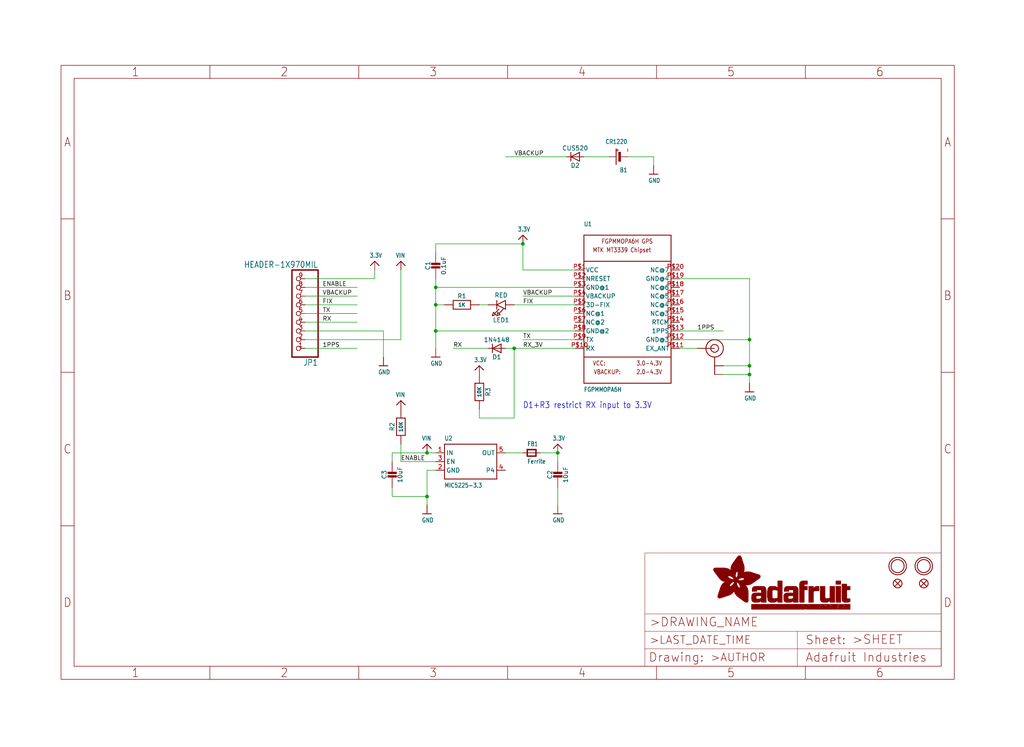
<source format=kicad_sch>
(kicad_sch (version 20211123) (generator eeschema)
  (paper "User" 298.45 217.881)
  (lib_symbols
    (symbol "Adafruit Ultimate GPS-eagle-import:3.3V" (power)
      (property "Value" "3.3V" (at -1.524 1.016 0))
      (symbol "3.3V_1_0"
        (pin power_in line (at 0 -2.54 90) (length 2.54) (name "3.3V") (number "1"))
      )
    )
    (symbol "Adafruit Ultimate GPS-eagle-import:BATTERYCR1220_SMT"
      (property "Reference" "B" (at -2.54 3.175 0))
      (property "Value" "BATTERYCR1220_SMT" (at -2.54 -5.08 0))
      (symbol "BATTERYCR1220_SMT_1_0"
        (text "+" (at 1.27 -1.143 900) (effects (font (size 1.27 1.0795)) (justify right top)))
        (text "-" (at -1.778 -1.143 900) (effects (font (size 1.27 1.0795)) (justify right top)))
        (pin passive line (at 2.54 0 180) (length 0) (name "+") (number "+$1"))
        (pin passive line (at 2.54 0 180) (length 0) (name "+") (number "+$2"))
        (pin passive line (at -2.54 0 0) (length 0) (name "-") (number "-"))
      )
    )
    (symbol "Adafruit Ultimate GPS-eagle-import:CAP_CERAMIC0805-NOOUTLINE"
      (property "Reference" "C" (at -2.29 1.25 90))
      (property "Value" "CAP_CERAMIC0805-NOOUTLINE" (at 2.3 1.25 90))
      (symbol "CAP_CERAMIC0805-NOOUTLINE_1_0"
        (pin passive line (at 0 5.08 270) (length 2.54) (name "1") (number "1"))
        (pin passive line (at 0 -2.54 90) (length 2.54) (name "2") (number "2"))
      )
    )
    (symbol "Adafruit Ultimate GPS-eagle-import:DIODESOD-323"
      (property "Reference" "D" (at 0 2.54 0))
      (property "Value" "DIODESOD-323" (at 0 -2.5 0))
      (symbol "DIODESOD-323_1_0"
        (pin passive line (at -2.54 0 0) (length 2.54) (name "A") (number "A"))
        (pin passive line (at 2.54 0 180) (length 2.54) (name "C") (number "C"))
      )
    )
    (symbol "Adafruit Ultimate GPS-eagle-import:FERRITE-0805NO"
      (property "Reference" "FB" (at -1.27 1.905 0))
      (property "Value" "FERRITE-0805NO" (at -1.27 -3.175 0))
      (symbol "FERRITE-0805NO_1_0"
        (pin passive line (at -2.54 0 0) (length 2.54) (name "P$1") (number "1"))
        (pin passive line (at 2.54 0 180) (length 2.54) (name "P$2") (number "2"))
      )
    )
    (symbol "Adafruit Ultimate GPS-eagle-import:FIDUCIAL{dblquote}{dblquote}")
    (symbol "Adafruit Ultimate GPS-eagle-import:FRAME_A4_ADAFRUIT"
      (symbol "FRAME_A4_ADAFRUIT_1_0"
        (text "1" (at 21.6958 1.905 0) (effects (font (size 2.54 2.286))))
        (text "1" (at 21.6958 177.165 0) (effects (font (size 2.54 2.286))))
        (text "2" (at 65.0875 1.905 0) (effects (font (size 2.54 2.286))))
        (text "2" (at 65.0875 177.165 0) (effects (font (size 2.54 2.286))))
        (text "3" (at 108.4792 1.905 0) (effects (font (size 2.54 2.286))))
        (text "3" (at 108.4792 177.165 0) (effects (font (size 2.54 2.286))))
        (text "4" (at 151.8708 1.905 0) (effects (font (size 2.54 2.286))))
        (text "4" (at 151.8708 177.165 0) (effects (font (size 2.54 2.286))))
        (text "5" (at 195.2625 1.905 0) (effects (font (size 2.54 2.286))))
        (text "5" (at 195.2625 177.165 0) (effects (font (size 2.54 2.286))))
        (text "6" (at 238.6542 1.905 0) (effects (font (size 2.54 2.286))))
        (text "6" (at 238.6542 177.165 0) (effects (font (size 2.54 2.286))))
        (text ">AUTHOR" (at 189.23 5.08 0) (effects (font (size 2.286 2.286)) (justify left bottom)))
        (text ">DRAWING_NAME" (at 171.45 15.24 0) (effects (font (size 2.54 2.54)) (justify left bottom)))
        (text ">LAST_DATE_TIME" (at 171.45 10.16 0) (effects (font (size 2.286 2.286)) (justify left bottom)))
        (text ">SHEET" (at 230.505 10.16 0) (effects (font (size 2.54 2.54)) (justify left bottom)))
        (text "A" (at 1.905 156.6863 0) (effects (font (size 2.54 2.286))))
        (text "A" (at 258.445 156.6863 0) (effects (font (size 2.54 2.286))))
        (text "Adafruit Industries" (at 216.916 4.953 0) (effects (font (size 2.54 2.54)) (justify left bottom)))
        (text "B" (at 1.905 111.9188 0) (effects (font (size 2.54 2.286))))
        (text "B" (at 258.445 111.9188 0) (effects (font (size 2.54 2.286))))
        (text "C" (at 1.905 67.1513 0) (effects (font (size 2.54 2.286))))
        (text "C" (at 258.445 67.1513 0) (effects (font (size 2.54 2.286))))
        (text "D" (at 1.905 22.3838 0) (effects (font (size 2.54 2.286))))
        (text "D" (at 258.445 22.3838 0) (effects (font (size 2.54 2.286))))
        (text "Drawing:" (at 171.196 4.953 0) (effects (font (size 2.54 2.54)) (justify left bottom)))
        (text "Sheet:" (at 216.916 10.033 0) (effects (font (size 2.54 2.54)) (justify left bottom)))
      )
    )
    (symbol "Adafruit Ultimate GPS-eagle-import:GND" (power)
      (property "Value" "GND" (at -1.524 -2.54 0))
      (symbol "GND_1_0"
        (pin power_in line (at 0 2.54 270) (length 2.54) (name "GND") (number "1"))
      )
    )
    (symbol "Adafruit Ultimate GPS-eagle-import:GPS_FGPMMOPA6H"
      (property "Reference" "U" (at -12.7 22.86 0))
      (property "Value" "GPS_FGPMMOPA6H" (at -12.7 -25.4 0))
      (symbol "GPS_FGPMMOPA6H_1_0"
        (text "2.0-4.3V" (at 2.54 -20.32 0) (effects (font (size 1.27 1.0795)) (justify left bottom)))
        (text "3.0-4.3V" (at 2.54 -17.78 0) (effects (font (size 1.27 1.0795)) (justify left bottom)))
        (text "FGPMMOPA6H GPS" (at -7.62 17.78 0) (effects (font (size 1.27 1.0795)) (justify left bottom)))
        (text "MTK MT3339 Chipset" (at -10.16 15.24 0) (effects (font (size 1.27 1.0795)) (justify left bottom)))
        (text "VBACKUP:" (at -9.906 -20.32 0) (effects (font (size 1.27 1.0795)) (justify left bottom)))
        (text "VCC:" (at -10.16 -17.78 0) (effects (font (size 1.27 1.0795)) (justify left bottom)))
        (pin bidirectional line (at -15.24 10.16 0) (length 2.54) (name "VCC") (number "P$1"))
        (pin bidirectional line (at -15.24 -12.7 0) (length 2.54) (name "RX") (number "P$10"))
        (pin bidirectional line (at 15.24 -12.7 180) (length 2.54) (name "EX_ANT") (number "P$11"))
        (pin bidirectional line (at 15.24 -10.16 180) (length 2.54) (name "GND@3") (number "P$12"))
        (pin bidirectional line (at 15.24 -7.62 180) (length 2.54) (name "1PPS") (number "P$13"))
        (pin bidirectional line (at 15.24 -5.08 180) (length 2.54) (name "RTCM") (number "P$14"))
        (pin bidirectional line (at 15.24 -2.54 180) (length 2.54) (name "NC@3") (number "P$15"))
        (pin bidirectional line (at 15.24 0 180) (length 2.54) (name "NC@4") (number "P$16"))
        (pin bidirectional line (at 15.24 2.54 180) (length 2.54) (name "NC@5") (number "P$17"))
        (pin bidirectional line (at 15.24 5.08 180) (length 2.54) (name "NC@6") (number "P$18"))
        (pin bidirectional line (at 15.24 7.62 180) (length 2.54) (name "GND@4") (number "P$19"))
        (pin bidirectional line (at -15.24 7.62 0) (length 2.54) (name "NRESET") (number "P$2"))
        (pin bidirectional line (at 15.24 10.16 180) (length 2.54) (name "NC@7") (number "P$20"))
        (pin bidirectional line (at -15.24 5.08 0) (length 2.54) (name "GND@1") (number "P$3"))
        (pin bidirectional line (at -15.24 2.54 0) (length 2.54) (name "VBACKUP") (number "P$4"))
        (pin bidirectional line (at -15.24 0 0) (length 2.54) (name "3D-FIX") (number "P$5"))
        (pin bidirectional line (at -15.24 -2.54 0) (length 2.54) (name "NC@1") (number "P$6"))
        (pin bidirectional line (at -15.24 -5.08 0) (length 2.54) (name "NC@2") (number "P$7"))
        (pin bidirectional line (at -15.24 -7.62 0) (length 2.54) (name "GND@2") (number "P$8"))
        (pin bidirectional line (at -15.24 -10.16 0) (length 2.54) (name "TX") (number "P$9"))
      )
    )
    (symbol "Adafruit Ultimate GPS-eagle-import:HEADER-1X970MIL"
      (property "Reference" "JP" (at -6.35 13.335 0))
      (property "Value" "HEADER-1X970MIL" (at -6.35 -15.24 0))
      (symbol "HEADER-1X970MIL_1_0"
        (pin passive inverted (at -2.54 10.16 0) (length 2.54) (name "1") (number "1"))
        (pin passive inverted (at -2.54 7.62 0) (length 2.54) (name "2") (number "2"))
        (pin passive inverted (at -2.54 5.08 0) (length 2.54) (name "3") (number "3"))
        (pin passive inverted (at -2.54 2.54 0) (length 2.54) (name "4") (number "4"))
        (pin passive inverted (at -2.54 0 0) (length 2.54) (name "5") (number "5"))
        (pin passive inverted (at -2.54 -2.54 0) (length 2.54) (name "6") (number "6"))
        (pin passive inverted (at -2.54 -5.08 0) (length 2.54) (name "7") (number "7"))
        (pin passive inverted (at -2.54 -7.62 0) (length 2.54) (name "8") (number "8"))
        (pin passive inverted (at -2.54 -10.16 0) (length 2.54) (name "9") (number "9"))
      )
    )
    (symbol "Adafruit Ultimate GPS-eagle-import:LED0805"
      (property "Reference" "D" (at -1.27 4.445 0))
      (property "Value" "LED0805" (at -1.27 -2.794 0))
      (symbol "LED0805_1_0"
        (pin passive line (at -5.08 0 0) (length 2.54) (name "A") (number "A"))
        (pin passive line (at 2.54 0 180) (length 2.54) (name "C") (number "C"))
      )
    )
    (symbol "Adafruit Ultimate GPS-eagle-import:MOUNTINGHOLE2.5")
    (symbol "Adafruit Ultimate GPS-eagle-import:RESISTOR0805_NOOUTLINE"
      (property "Reference" "R" (at 0 2.54 0))
      (property "Value" "RESISTOR0805_NOOUTLINE" (at 0 0 0))
      (symbol "RESISTOR0805_NOOUTLINE_1_0"
        (pin passive line (at -5.08 0 0) (length 2.54) (name "1") (number "1"))
        (pin passive line (at 5.08 0 180) (length 2.54) (name "2") (number "2"))
      )
    )
    (symbol "Adafruit Ultimate GPS-eagle-import:U.FL"
      (symbol "U.FL_1_0"
        (pin bidirectional line (at -2.54 -5.08 0) (length 2.54) (name "GND@0") (number "P$1"))
        (pin bidirectional line (at -2.54 -7.62 0) (length 2.54) (name "GND@1") (number "P$2"))
        (pin bidirectional line (at 5.08 0 180) (length 5.08) (name "SIGNAL") (number "P$3"))
      )
    )
    (symbol "Adafruit Ultimate GPS-eagle-import:VIN" (power)
      (property "Value" "VIN" (at -1.524 1.016 0))
      (symbol "VIN_1_0"
        (pin power_in line (at 0 -2.54 90) (length 2.54) (name "VIN") (number "1"))
      )
    )
    (symbol "Adafruit Ultimate GPS-eagle-import:VREG_SOT23-5"
      (property "Reference" "U" (at -7.62 6.096 0))
      (property "Value" "VREG_SOT23-5" (at -7.62 -7.62 0))
      (symbol "VREG_SOT23-5_1_0"
        (pin power_in line (at -10.16 2.54 0) (length 2.54) (name "IN") (number "1"))
        (pin power_in line (at -10.16 -2.54 0) (length 2.54) (name "GND") (number "2"))
        (pin input line (at -10.16 0 0) (length 2.54) (name "EN") (number "3"))
        (pin bidirectional line (at 10.16 -2.54 180) (length 2.54) (name "P4") (number "4"))
        (pin power_in line (at 10.16 2.54 180) (length 2.54) (name "OUT") (number "5"))
      )
    )
  )
  (junction (at 218.44 106.68))
  (junction (at 218.44 109.22))
  (junction (at 127 96.52))
  (junction (at 152.4 71.12))
  (junction (at 127 88.9))
  (junction (at 218.44 99.06))
  (junction (at 162.56 132.08))
  (junction (at 124.46 132.08))
  (junction (at 127 83.82))
  (junction (at 149.86 101.6))
  (junction (at 124.46 144.78))
  (wire (pts (xy 198.12 101.6) (xy 203.2 101.6)))
  (wire (pts (xy 88.9 83.82) (xy 104.14 83.82)))
  (wire (pts (xy 88.9 93.98) (xy 104.14 93.98)))
  (wire (pts (xy 116.84 134.62) (xy 116.84 129.54)))
  (wire (pts (xy 162.56 132.08) (xy 162.56 134.62)))
  (wire (pts (xy 210.82 106.68) (xy 218.44 106.68)))
  (wire (pts (xy 88.9 101.6) (xy 104.14 101.6)))
  (wire (pts (xy 109.22 81.28) (xy 109.22 78.74)))
  (wire (pts (xy 152.4 78.74) (xy 152.4 71.12)))
  (wire (pts (xy 142.24 101.6) (xy 132.08 101.6)))
  (wire (pts (xy 139.7 121.92) (xy 139.7 119.38)))
  (wire (pts (xy 170.18 45.72) (xy 177.8 45.72)))
  (wire (pts (xy 167.64 99.06) (xy 152.4 99.06)))
  (wire (pts (xy 218.44 99.06) (xy 218.44 106.68)))
  (wire (pts (xy 167.64 88.9) (xy 149.86 88.9)))
  (wire (pts (xy 127 134.62) (xy 116.84 134.62)))
  (wire (pts (xy 88.9 99.06) (xy 116.84 99.06)))
  (wire (pts (xy 127 132.08) (xy 124.46 132.08)))
  (wire (pts (xy 198.12 96.52) (xy 210.82 96.52)))
  (wire (pts (xy 167.64 78.74) (xy 152.4 78.74)))
  (wire (pts (xy 127 88.9) (xy 127 96.52)))
  (wire (pts (xy 218.44 109.22) (xy 218.44 111.76)))
  (wire (pts (xy 218.44 81.28) (xy 218.44 99.06)))
  (wire (pts (xy 114.3 142.24) (xy 114.3 144.78)))
  (wire (pts (xy 124.46 144.78) (xy 124.46 147.32)))
  (wire (pts (xy 149.86 101.6) (xy 147.32 101.6)))
  (wire (pts (xy 152.4 132.08) (xy 147.32 132.08)))
  (wire (pts (xy 218.44 106.68) (xy 218.44 109.22)))
  (wire (pts (xy 167.64 101.6) (xy 149.86 101.6)))
  (wire (pts (xy 111.76 96.52) (xy 111.76 104.14)))
  (wire (pts (xy 142.24 88.9) (xy 139.7 88.9)))
  (wire (pts (xy 157.48 132.08) (xy 162.56 132.08)))
  (wire (pts (xy 127 83.82) (xy 127 88.9)))
  (wire (pts (xy 88.9 91.44) (xy 104.14 91.44)))
  (wire (pts (xy 124.46 137.16) (xy 124.46 144.78)))
  (wire (pts (xy 149.86 101.6) (xy 149.86 121.92)))
  (wire (pts (xy 190.5 45.72) (xy 190.5 48.26)))
  (wire (pts (xy 114.3 132.08) (xy 114.3 134.62)))
  (wire (pts (xy 167.64 86.36) (xy 152.4 86.36)))
  (wire (pts (xy 127 137.16) (xy 124.46 137.16)))
  (wire (pts (xy 167.64 83.82) (xy 127 83.82)))
  (wire (pts (xy 124.46 132.08) (xy 114.3 132.08)))
  (wire (pts (xy 114.3 144.78) (xy 124.46 144.78)))
  (wire (pts (xy 198.12 81.28) (xy 218.44 81.28)))
  (wire (pts (xy 127 81.28) (xy 127 83.82)))
  (wire (pts (xy 88.9 81.28) (xy 109.22 81.28)))
  (wire (pts (xy 210.82 109.22) (xy 218.44 109.22)))
  (wire (pts (xy 182.88 45.72) (xy 190.5 45.72)))
  (wire (pts (xy 129.54 88.9) (xy 127 88.9)))
  (wire (pts (xy 88.9 86.36) (xy 104.14 86.36)))
  (wire (pts (xy 88.9 96.52) (xy 111.76 96.52)))
  (wire (pts (xy 127 73.66) (xy 127 71.12)))
  (wire (pts (xy 198.12 99.06) (xy 218.44 99.06)))
  (wire (pts (xy 88.9 88.9) (xy 104.14 88.9)))
  (wire (pts (xy 167.64 96.52) (xy 127 96.52)))
  (wire (pts (xy 165.1 45.72) (xy 147.32 45.72)))
  (wire (pts (xy 116.84 99.06) (xy 116.84 78.74)))
  (wire (pts (xy 127 71.12) (xy 152.4 71.12)))
  (wire (pts (xy 127 96.52) (xy 127 101.6)))
  (wire (pts (xy 149.86 121.92) (xy 139.7 121.92)))
  (wire (pts (xy 162.56 142.24) (xy 162.56 147.32)))
  (text "D1+R3 restrict RX input to 3.3V" (at 152.4 119.38 180) (effects (font (size 1.778 1.5113)) (justify left bottom)))
  (label "RX_3V" (at 152.4 101.6 0) (effects (font (size 1.2446 1.2446))))
  (label "1PPS" (at 203.2 96.52 0) (effects (font (size 1.2446 1.2446))))
  (label "RX" (at 93.98 93.98 0) (effects (font (size 1.2446 1.2446))))
  (label "TX" (at 152.4 99.06 0) (effects (font (size 1.2446 1.2446))))
  (label "FIX" (at 93.98 88.9 0) (effects (font (size 1.2446 1.2446))))
  (label "VBACKUP" (at 152.4 86.36 0) (effects (font (size 1.2446 1.2446))))
  (label "FIX" (at 152.4 88.9 0) (effects (font (size 1.2446 1.2446))))
  (label "VBACKUP" (at 149.86 45.72 0) (effects (font (size 1.2446 1.2446))))
  (label "1PPS" (at 93.98 101.6 0) (effects (font (size 1.2446 1.2446))))
  (label "VBACKUP" (at 93.98 86.36 0) (effects (font (size 1.2446 1.2446))))
  (label "TX" (at 93.98 91.44 0) (effects (font (size 1.2446 1.2446))))
  (label "ENABLE" (at 116.84 134.62 0) (effects (font (size 1.2446 1.2446))))
  (label "RX" (at 132.08 101.6 0) (effects (font (size 1.2446 1.2446))))
  (label "ENABLE" (at 93.98 83.82 0) (effects (font (size 1.2446 1.2446))))
  (symbol (lib_id "Adafruit Ultimate GPS-eagle-import:LED0805") (at 144.78 88.9 180) (unit 1)
    (property "Reference" "LED1" (at 146.05 93.345 0))
    (property "Value" "RED" (at 146.05 86.106 0))
    (property "Footprint" "Adafruit Ultimate GPS:CHIPLED_0805" (effects hide))
  )
  (symbol (lib_id "Adafruit Ultimate GPS-eagle-import:GND") (at 127 104.14 0) (unit 1)
    (property "Reference" "#U$2" (effects hide))
    (property "Value" "GND" (at 125.476 106.68 0) (effects (font (size 1.27 1.0795)) (justify left bottom)))
    (property "Footprint" "Adafruit Ultimate GPS:" (effects hide))
  )
  (symbol (lib_id "Adafruit Ultimate GPS-eagle-import:VIN") (at 116.84 116.84 0) (unit 1)
    (property "Reference" "#U$17" (effects hide))
    (property "Value" "VIN" (at 115.316 115.824 0) (effects (font (size 1.27 1.0795)) (justify left bottom)))
    (property "Footprint" "Adafruit Ultimate GPS:" (effects hide))
  )
  (symbol (lib_id "Adafruit Ultimate GPS-eagle-import:BATTERYCR1220_SMT") (at 180.34 45.72 180) (unit 1)
    (property "Reference" "B1" (at 182.88 48.895 0) (effects (font (size 1.27 1.0795)) (justify left bottom)))
    (property "Value" "CR1220" (at 182.88 40.64 0) (effects (font (size 1.27 1.0795)) (justify left bottom)))
    (property "Footprint" "Adafruit Ultimate GPS:CR1220" (effects hide))
  )
  (symbol (lib_id "Adafruit Ultimate GPS-eagle-import:FIDUCIAL{dblquote}{dblquote}") (at 261.62 170.18 0) (unit 1)
    (property "Reference" "FID2" (effects hide))
    (property "Value" "FIDUCIAL{dblquote}{dblquote}" (effects hide))
    (property "Footprint" "Adafruit Ultimate GPS:FIDUCIAL_1MM" (effects hide))
  )
  (symbol (lib_id "Adafruit Ultimate GPS-eagle-import:CAP_CERAMIC0805-NOOUTLINE") (at 127 78.74 0) (unit 1)
    (property "Reference" "C1" (at 124.71 77.49 90))
    (property "Value" "0.1uF" (at 129.3 77.49 90))
    (property "Footprint" "Adafruit Ultimate GPS:0805-NO" (effects hide))
  )
  (symbol (lib_id "Adafruit Ultimate GPS-eagle-import:GND") (at 190.5 50.8 0) (unit 1)
    (property "Reference" "#U$14" (effects hide))
    (property "Value" "GND" (at 188.976 53.34 0) (effects (font (size 1.27 1.0795)) (justify left bottom)))
    (property "Footprint" "Adafruit Ultimate GPS:" (effects hide))
  )
  (symbol (lib_id "Adafruit Ultimate GPS-eagle-import:3.3V") (at 162.56 129.54 0) (unit 1)
    (property "Reference" "#U$3" (effects hide))
    (property "Value" "3.3V" (at 161.036 128.524 0) (effects (font (size 1.27 1.0795)) (justify left bottom)))
    (property "Footprint" "Adafruit Ultimate GPS:" (effects hide))
  )
  (symbol (lib_id "Adafruit Ultimate GPS-eagle-import:RESISTOR0805_NOOUTLINE") (at 134.62 88.9 0) (unit 1)
    (property "Reference" "R1" (at 134.62 86.36 0))
    (property "Value" "1K" (at 134.62 88.9 0) (effects (font (size 1.016 1.016) bold)))
    (property "Footprint" "Adafruit Ultimate GPS:0805-NO" (effects hide))
  )
  (symbol (lib_id "Adafruit Ultimate GPS-eagle-import:U.FL") (at 208.28 101.6 0) (mirror y) (unit 1)
    (property "Reference" "U$20" (effects hide))
    (property "Value" "U.FL" (effects hide))
    (property "Footprint" "Adafruit Ultimate GPS:U.FL" (effects hide))
  )
  (symbol (lib_id "Adafruit Ultimate GPS-eagle-import:3.3V") (at 152.4 68.58 0) (unit 1)
    (property "Reference" "#U$4" (effects hide))
    (property "Value" "3.3V" (at 150.876 67.564 0) (effects (font (size 1.27 1.0795)) (justify left bottom)))
    (property "Footprint" "Adafruit Ultimate GPS:" (effects hide))
  )
  (symbol (lib_id "Adafruit Ultimate GPS-eagle-import:CAP_CERAMIC0805-NOOUTLINE") (at 114.3 139.7 0) (unit 1)
    (property "Reference" "C3" (at 112.01 138.45 90))
    (property "Value" "10uF" (at 116.6 138.45 90))
    (property "Footprint" "Adafruit Ultimate GPS:0805-NO" (effects hide))
  )
  (symbol (lib_id "Adafruit Ultimate GPS-eagle-import:HEADER-1X970MIL") (at 86.36 91.44 180) (unit 1)
    (property "Reference" "JP1" (at 92.71 104.775 0) (effects (font (size 1.778 1.5113)) (justify left bottom)))
    (property "Value" "HEADER-1X970MIL" (at 92.71 76.2 0) (effects (font (size 1.778 1.5113)) (justify left bottom)))
    (property "Footprint" "Adafruit Ultimate GPS:1X09_ROUND_70" (effects hide))
  )
  (symbol (lib_id "Adafruit Ultimate GPS-eagle-import:GPS_FGPMMOPA6H") (at 182.88 88.9 0) (unit 1)
    (property "Reference" "U1" (at 170.18 66.04 0) (effects (font (size 1.27 1.0795)) (justify left bottom)))
    (property "Value" "FGPMMOPA6H" (at 170.18 114.3 0) (effects (font (size 1.27 1.0795)) (justify left bottom)))
    (property "Footprint" "Adafruit Ultimate GPS:FGPMMOPA6H" (effects hide))
  )
  (symbol (lib_id "Adafruit Ultimate GPS-eagle-import:RESISTOR0805_NOOUTLINE") (at 116.84 124.46 90) (unit 1)
    (property "Reference" "R2" (at 114.3 124.46 0))
    (property "Value" "10K" (at 116.84 124.46 0) (effects (font (size 1.016 1.016) bold)))
    (property "Footprint" "Adafruit Ultimate GPS:0805-NO" (effects hide))
  )
  (symbol (lib_id "Adafruit Ultimate GPS-eagle-import:3.3V") (at 139.7 106.68 0) (unit 1)
    (property "Reference" "#U$13" (effects hide))
    (property "Value" "3.3V" (at 138.176 105.664 0) (effects (font (size 1.27 1.0795)) (justify left bottom)))
    (property "Footprint" "Adafruit Ultimate GPS:" (effects hide))
  )
  (symbol (lib_id "Adafruit Ultimate GPS-eagle-import:DIODESOD-323") (at 144.78 101.6 180) (unit 1)
    (property "Reference" "D1" (at 144.78 104.14 0))
    (property "Value" "1N4148" (at 144.78 99.1 0))
    (property "Footprint" "Adafruit Ultimate GPS:SOD-323" (effects hide))
  )
  (symbol (lib_id "Adafruit Ultimate GPS-eagle-import:3.3V") (at 109.22 76.2 0) (unit 1)
    (property "Reference" "#U$11" (effects hide))
    (property "Value" "3.3V" (at 107.696 75.184 0) (effects (font (size 1.27 1.0795)) (justify left bottom)))
    (property "Footprint" "Adafruit Ultimate GPS:" (effects hide))
  )
  (symbol (lib_id "Adafruit Ultimate GPS-eagle-import:GND") (at 124.46 149.86 0) (unit 1)
    (property "Reference" "#U$6" (effects hide))
    (property "Value" "GND" (at 122.936 152.4 0) (effects (font (size 1.27 1.0795)) (justify left bottom)))
    (property "Footprint" "Adafruit Ultimate GPS:" (effects hide))
  )
  (symbol (lib_id "Adafruit Ultimate GPS-eagle-import:GND") (at 111.76 106.68 0) (unit 1)
    (property "Reference" "#U$12" (effects hide))
    (property "Value" "GND" (at 110.236 109.22 0) (effects (font (size 1.27 1.0795)) (justify left bottom)))
    (property "Footprint" "Adafruit Ultimate GPS:" (effects hide))
  )
  (symbol (lib_id "Adafruit Ultimate GPS-eagle-import:DIODESOD-323") (at 167.64 45.72 180) (unit 1)
    (property "Reference" "D2" (at 167.64 48.26 0))
    (property "Value" "CUS520" (at 167.64 43.22 0))
    (property "Footprint" "Adafruit Ultimate GPS:SOD-323" (effects hide))
  )
  (symbol (lib_id "Adafruit Ultimate GPS-eagle-import:VREG_SOT23-5") (at 137.16 134.62 0) (unit 1)
    (property "Reference" "U2" (at 129.54 128.524 0) (effects (font (size 1.27 1.0795)) (justify left bottom)))
    (property "Value" "MIC5225-3.3" (at 129.54 142.24 0) (effects (font (size 1.27 1.0795)) (justify left bottom)))
    (property "Footprint" "Adafruit Ultimate GPS:SOT23-5" (effects hide))
  )
  (symbol (lib_id "Adafruit Ultimate GPS-eagle-import:FERRITE-0805NO") (at 154.94 132.08 0) (unit 1)
    (property "Reference" "FB1" (at 153.67 130.175 0) (effects (font (size 1.27 1.0795)) (justify left bottom)))
    (property "Value" "Ferrite" (at 153.67 135.255 0) (effects (font (size 1.27 1.0795)) (justify left bottom)))
    (property "Footprint" "Adafruit Ultimate GPS:0805-NO" (effects hide))
  )
  (symbol (lib_id "Adafruit Ultimate GPS-eagle-import:GND") (at 218.44 114.3 0) (unit 1)
    (property "Reference" "#U$19" (effects hide))
    (property "Value" "GND" (at 216.916 116.84 0) (effects (font (size 1.27 1.0795)) (justify left bottom)))
    (property "Footprint" "Adafruit Ultimate GPS:" (effects hide))
  )
  (symbol (lib_id "Adafruit Ultimate GPS-eagle-import:FIDUCIAL{dblquote}{dblquote}") (at 269.24 170.18 0) (unit 1)
    (property "Reference" "FID1" (effects hide))
    (property "Value" "FIDUCIAL{dblquote}{dblquote}" (effects hide))
    (property "Footprint" "Adafruit Ultimate GPS:FIDUCIAL_1MM" (effects hide))
  )
  (symbol (lib_id "Adafruit Ultimate GPS-eagle-import:FRAME_A4_ADAFRUIT") (at 17.78 198.12 0) (unit 1)
    (property "Reference" "#U$1" (effects hide))
    (property "Value" "FRAME_A4_ADAFRUIT" (effects hide))
    (property "Footprint" "Adafruit Ultimate GPS:" (effects hide))
  )
  (symbol (lib_id "Adafruit Ultimate GPS-eagle-import:CAP_CERAMIC0805-NOOUTLINE") (at 162.56 139.7 0) (unit 1)
    (property "Reference" "C2" (at 160.27 138.45 90))
    (property "Value" "10uF" (at 164.86 138.45 90))
    (property "Footprint" "Adafruit Ultimate GPS:0805-NO" (effects hide))
  )
  (symbol (lib_id "Adafruit Ultimate GPS-eagle-import:MOUNTINGHOLE2.5") (at 261.62 165.1 0) (unit 1)
    (property "Reference" "U$9" (effects hide))
    (property "Value" "MOUNTINGHOLE2.5" (effects hide))
    (property "Footprint" "Adafruit Ultimate GPS:MOUNTINGHOLE_2.5_PLATED" (effects hide))
  )
  (symbol (lib_id "Adafruit Ultimate GPS-eagle-import:GND") (at 162.56 149.86 0) (unit 1)
    (property "Reference" "#U$5" (effects hide))
    (property "Value" "GND" (at 161.036 152.4 0) (effects (font (size 1.27 1.0795)) (justify left bottom)))
    (property "Footprint" "Adafruit Ultimate GPS:" (effects hide))
  )
  (symbol (lib_id "Adafruit Ultimate GPS-eagle-import:MOUNTINGHOLE2.5") (at 269.24 165.1 0) (unit 1)
    (property "Reference" "U$8" (effects hide))
    (property "Value" "MOUNTINGHOLE2.5" (effects hide))
    (property "Footprint" "Adafruit Ultimate GPS:MOUNTINGHOLE_2.5_PLATED" (effects hide))
  )
  (symbol (lib_id "Adafruit Ultimate GPS-eagle-import:VIN") (at 116.84 76.2 0) (unit 1)
    (property "Reference" "#U$10" (effects hide))
    (property "Value" "VIN" (at 115.316 75.184 0) (effects (font (size 1.27 1.0795)) (justify left bottom)))
    (property "Footprint" "Adafruit Ultimate GPS:" (effects hide))
  )
  (symbol (lib_id "Adafruit Ultimate GPS-eagle-import:VIN") (at 124.46 129.54 0) (unit 1)
    (property "Reference" "#U$7" (effects hide))
    (property "Value" "VIN" (at 122.936 128.524 0) (effects (font (size 1.27 1.0795)) (justify left bottom)))
    (property "Footprint" "Adafruit Ultimate GPS:" (effects hide))
  )
  (symbol (lib_id "Adafruit Ultimate GPS-eagle-import:RESISTOR0805_NOOUTLINE") (at 139.7 114.3 270) (unit 1)
    (property "Reference" "R3" (at 142.24 114.3 0))
    (property "Value" "10K" (at 139.7 114.3 0) (effects (font (size 1.016 1.016) bold)))
    (property "Footprint" "Adafruit Ultimate GPS:0805-NO" (effects hide))
  )
)
</source>
